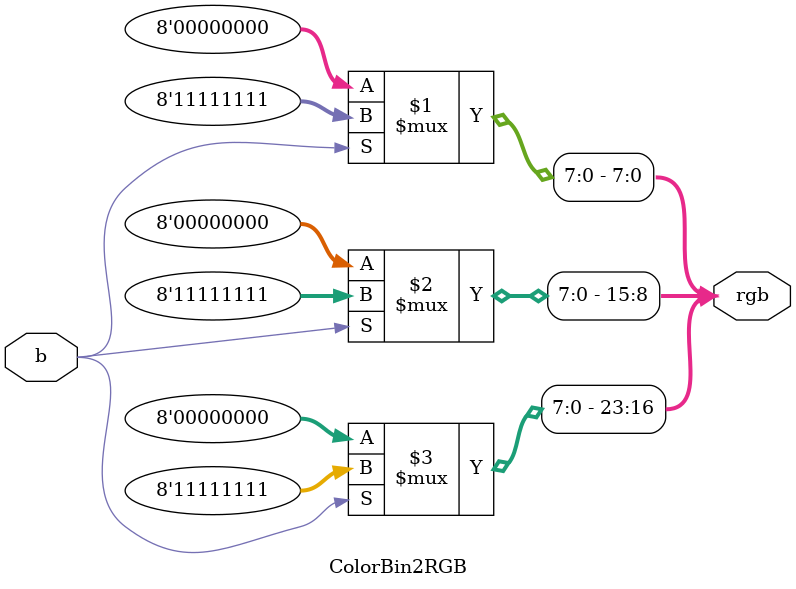
<source format=v>
/*
:Project
FPGA-Imaging-Library

:Design
ColorGray2RGB

:Function
Covert Bin to RGB.

:Module
Main module

:Version
1.0

:Modified
2015-05-12

Copyright (C) 2015  Tianyu Dai (dtysky) <dtysky@outlook.com>

This library is free software; you can redistribute it and/or
modify it under the terms of the GNU Lesser General Public
License as published by the Free Software Foundation; either
version 2.1 of the License, or (at your option) any later version.

This library is distributed in the hope that it will be useful,
but WITHOUT ANY WARRANTY; without even the implied warranty of
MERCHANTABILITY or FITNESS FOR A PARTICULAR PURPOSE.  See the GNU
Lesser General Public License for more details.

You should have received a copy of the GNU Lesser General Public
License along with this library; if not, write to the Free Software
Foundation, Inc., 51 Franklin Street, Fifth Floor, Boston, MA  02110-1301  USA

Homepage for this project:
	http://fil.dtysky.moe

Sources for this project:
	https://github.com/dtysky/FPGA-Imaging-Library

My e-mail:
	dtysky@outlook.com

My blog:
	http://dtysky.moe

*/

`timescale 1ns / 1ps


module ColorBin2RGB(
	b,
	rgb
    );

	parameter color_width = 8;

	input b;
	output[3 * color_width - 1 : 0] rgb;

	genvar i;
	generate
		`define h (i + 1) * color_width - 1
		`define l i * color_width
		for (i = 0; i < 3; i = i + 1) begin: channel
			assign rgb[`h : `l] = b ? {color_width{1'b1}} : {color_width{1'b0}};
		end
		`undef h
		`undef l

	endgenerate

endmodule
</source>
